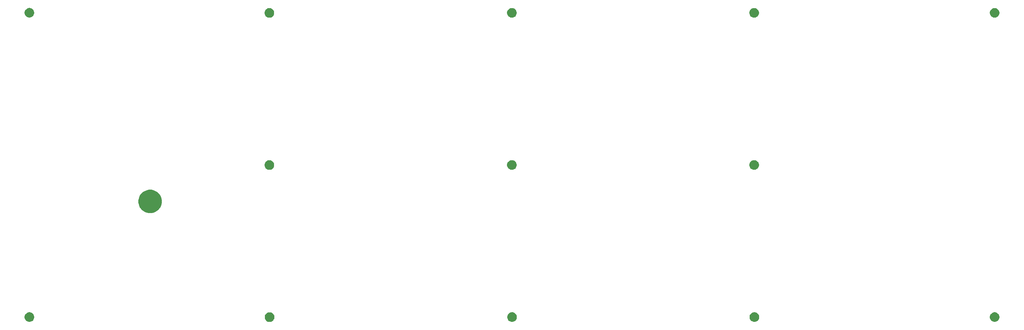
<source format=gbr>
G04 #@! TF.GenerationSoftware,KiCad,Pcbnew,(5.1.4-0-10_14)*
G04 #@! TF.CreationDate,2020-04-11T19:35:21-07:00*
G04 #@! TF.ProjectId,switch_plate,73776974-6368-45f7-906c-6174652e6b69,rev?*
G04 #@! TF.SameCoordinates,Original*
G04 #@! TF.FileFunction,Soldermask,Top*
G04 #@! TF.FilePolarity,Negative*
%FSLAX46Y46*%
G04 Gerber Fmt 4.6, Leading zero omitted, Abs format (unit mm)*
G04 Created by KiCad (PCBNEW (5.1.4-0-10_14)) date 2020-04-11 19:35:21*
%MOMM*%
%LPD*%
G04 APERTURE LIST*
%ADD10C,0.100000*%
G04 APERTURE END LIST*
D10*
G36*
X82356103Y-97018875D02*
G01*
X82522448Y-97087777D01*
X82583771Y-97113178D01*
X82788666Y-97250085D01*
X82962915Y-97424334D01*
X83099822Y-97629229D01*
X83099823Y-97629231D01*
X83194125Y-97856897D01*
X83237148Y-98073186D01*
X83242200Y-98098587D01*
X83242200Y-98345013D01*
X83194125Y-98586703D01*
X83099822Y-98814371D01*
X82962915Y-99019266D01*
X82788666Y-99193515D01*
X82583771Y-99330422D01*
X82583770Y-99330423D01*
X82583769Y-99330423D01*
X82356103Y-99424725D01*
X82114414Y-99472800D01*
X81867986Y-99472800D01*
X81626297Y-99424725D01*
X81398631Y-99330423D01*
X81398630Y-99330423D01*
X81398629Y-99330422D01*
X81193734Y-99193515D01*
X81019485Y-99019266D01*
X80882578Y-98814371D01*
X80788275Y-98586703D01*
X80740200Y-98345013D01*
X80740200Y-98098587D01*
X80745253Y-98073186D01*
X80788275Y-97856897D01*
X80882577Y-97629231D01*
X80882578Y-97629229D01*
X81019485Y-97424334D01*
X81193734Y-97250085D01*
X81398629Y-97113178D01*
X81459953Y-97087777D01*
X81626297Y-97018875D01*
X81867986Y-96970800D01*
X82114414Y-96970800D01*
X82356103Y-97018875D01*
X82356103Y-97018875D01*
G37*
G36*
X270430708Y-96970800D02*
G01*
X270544703Y-96993475D01*
X270772371Y-97087778D01*
X270977266Y-97224685D01*
X271151515Y-97398934D01*
X271168488Y-97424336D01*
X271288423Y-97603831D01*
X271382725Y-97831497D01*
X271430800Y-98073186D01*
X271430800Y-98319614D01*
X271382725Y-98561303D01*
X271288422Y-98788971D01*
X271151515Y-98993866D01*
X270977266Y-99168115D01*
X270772371Y-99305022D01*
X270772370Y-99305023D01*
X270772369Y-99305023D01*
X270544703Y-99399325D01*
X270303014Y-99447400D01*
X270056586Y-99447400D01*
X269814897Y-99399325D01*
X269587231Y-99305023D01*
X269587230Y-99305023D01*
X269587229Y-99305022D01*
X269382334Y-99168115D01*
X269208085Y-98993866D01*
X269071178Y-98788971D01*
X268976875Y-98561303D01*
X268928800Y-98319614D01*
X268928800Y-98073186D01*
X268976875Y-97831497D01*
X269071177Y-97603831D01*
X269191112Y-97424336D01*
X269208085Y-97398934D01*
X269382334Y-97224685D01*
X269587229Y-97087778D01*
X269814897Y-96993475D01*
X269928892Y-96970800D01*
X270056586Y-96945400D01*
X270303014Y-96945400D01*
X270430708Y-96970800D01*
X270430708Y-96970800D01*
G37*
G36*
X208073708Y-96970800D02*
G01*
X208187703Y-96993475D01*
X208415371Y-97087778D01*
X208620266Y-97224685D01*
X208794515Y-97398934D01*
X208811488Y-97424336D01*
X208931423Y-97603831D01*
X209025725Y-97831497D01*
X209073800Y-98073186D01*
X209073800Y-98319614D01*
X209025725Y-98561303D01*
X208931422Y-98788971D01*
X208794515Y-98993866D01*
X208620266Y-99168115D01*
X208415371Y-99305022D01*
X208415370Y-99305023D01*
X208415369Y-99305023D01*
X208187703Y-99399325D01*
X207946014Y-99447400D01*
X207699586Y-99447400D01*
X207457897Y-99399325D01*
X207230231Y-99305023D01*
X207230230Y-99305023D01*
X207230229Y-99305022D01*
X207025334Y-99168115D01*
X206851085Y-98993866D01*
X206714178Y-98788971D01*
X206619875Y-98561303D01*
X206571800Y-98319614D01*
X206571800Y-98073186D01*
X206619875Y-97831497D01*
X206714177Y-97603831D01*
X206834112Y-97424336D01*
X206851085Y-97398934D01*
X207025334Y-97224685D01*
X207230229Y-97087778D01*
X207457897Y-96993475D01*
X207571892Y-96970800D01*
X207699586Y-96945400D01*
X207946014Y-96945400D01*
X208073708Y-96970800D01*
X208073708Y-96970800D01*
G37*
G36*
X145183308Y-96970800D02*
G01*
X145297303Y-96993475D01*
X145524971Y-97087778D01*
X145729866Y-97224685D01*
X145904115Y-97398934D01*
X145921088Y-97424336D01*
X146041023Y-97603831D01*
X146135325Y-97831497D01*
X146183400Y-98073186D01*
X146183400Y-98319614D01*
X146135325Y-98561303D01*
X146041022Y-98788971D01*
X145904115Y-98993866D01*
X145729866Y-99168115D01*
X145524971Y-99305022D01*
X145524970Y-99305023D01*
X145524969Y-99305023D01*
X145297303Y-99399325D01*
X145055614Y-99447400D01*
X144809186Y-99447400D01*
X144567497Y-99399325D01*
X144339831Y-99305023D01*
X144339830Y-99305023D01*
X144339829Y-99305022D01*
X144134934Y-99168115D01*
X143960685Y-98993866D01*
X143823778Y-98788971D01*
X143729475Y-98561303D01*
X143681400Y-98319614D01*
X143681400Y-98073186D01*
X143729475Y-97831497D01*
X143823777Y-97603831D01*
X143943712Y-97424336D01*
X143960685Y-97398934D01*
X144134934Y-97224685D01*
X144339829Y-97087778D01*
X144567497Y-96993475D01*
X144681492Y-96970800D01*
X144809186Y-96945400D01*
X145055614Y-96945400D01*
X145183308Y-96970800D01*
X145183308Y-96970800D01*
G37*
G36*
X19910508Y-96970800D02*
G01*
X20024503Y-96993475D01*
X20252171Y-97087778D01*
X20457066Y-97224685D01*
X20631315Y-97398934D01*
X20648288Y-97424336D01*
X20768223Y-97603831D01*
X20862525Y-97831497D01*
X20910600Y-98073186D01*
X20910600Y-98319614D01*
X20862525Y-98561303D01*
X20768222Y-98788971D01*
X20631315Y-98993866D01*
X20457066Y-99168115D01*
X20252171Y-99305022D01*
X20252170Y-99305023D01*
X20252169Y-99305023D01*
X20024503Y-99399325D01*
X19782814Y-99447400D01*
X19536386Y-99447400D01*
X19294697Y-99399325D01*
X19067031Y-99305023D01*
X19067030Y-99305023D01*
X19067029Y-99305022D01*
X18862134Y-99168115D01*
X18687885Y-98993866D01*
X18550978Y-98788971D01*
X18456675Y-98561303D01*
X18408600Y-98319614D01*
X18408600Y-98073186D01*
X18456675Y-97831497D01*
X18550977Y-97603831D01*
X18670912Y-97424336D01*
X18687885Y-97398934D01*
X18862134Y-97224685D01*
X19067029Y-97087778D01*
X19294697Y-96993475D01*
X19408692Y-96970800D01*
X19536386Y-96945400D01*
X19782814Y-96945400D01*
X19910508Y-96970800D01*
X19910508Y-96970800D01*
G37*
G36*
X51893143Y-65227148D02*
G01*
X52448389Y-65457138D01*
X52448390Y-65457139D01*
X52948099Y-65791034D01*
X53373066Y-66216001D01*
X53373067Y-66216003D01*
X53706962Y-66715711D01*
X53936952Y-67270957D01*
X54054200Y-67860401D01*
X54054200Y-68461399D01*
X53936952Y-69050843D01*
X53706962Y-69606089D01*
X53706961Y-69606090D01*
X53373066Y-70105799D01*
X52948099Y-70530766D01*
X52696547Y-70698848D01*
X52448389Y-70864662D01*
X51893143Y-71094652D01*
X51303699Y-71211900D01*
X50702701Y-71211900D01*
X50113257Y-71094652D01*
X49558011Y-70864662D01*
X49309853Y-70698848D01*
X49058301Y-70530766D01*
X48633334Y-70105799D01*
X48299439Y-69606090D01*
X48299438Y-69606089D01*
X48069448Y-69050843D01*
X47952200Y-68461399D01*
X47952200Y-67860401D01*
X48069448Y-67270957D01*
X48299438Y-66715711D01*
X48633333Y-66216003D01*
X48633334Y-66216001D01*
X49058301Y-65791034D01*
X49558010Y-65457139D01*
X49558011Y-65457138D01*
X50113257Y-65227148D01*
X50702701Y-65109900D01*
X51303699Y-65109900D01*
X51893143Y-65227148D01*
X51893143Y-65227148D01*
G37*
G36*
X82305303Y-57491395D02*
G01*
X82471648Y-57560297D01*
X82532971Y-57585698D01*
X82737866Y-57722605D01*
X82912115Y-57896854D01*
X83049022Y-58101749D01*
X83049023Y-58101751D01*
X83143325Y-58329417D01*
X83186348Y-58545706D01*
X83191400Y-58571107D01*
X83191400Y-58817533D01*
X83143325Y-59059223D01*
X83049022Y-59286891D01*
X82912115Y-59491786D01*
X82737866Y-59666035D01*
X82532971Y-59802942D01*
X82532970Y-59802943D01*
X82532969Y-59802943D01*
X82305303Y-59897245D01*
X82063614Y-59945320D01*
X81817186Y-59945320D01*
X81575497Y-59897245D01*
X81347831Y-59802943D01*
X81347830Y-59802943D01*
X81347829Y-59802942D01*
X81142934Y-59666035D01*
X80968685Y-59491786D01*
X80831778Y-59286891D01*
X80737475Y-59059223D01*
X80689400Y-58817533D01*
X80689400Y-58571107D01*
X80694453Y-58545706D01*
X80737475Y-58329417D01*
X80831777Y-58101751D01*
X80831778Y-58101749D01*
X80968685Y-57896854D01*
X81142934Y-57722605D01*
X81347829Y-57585698D01*
X81409153Y-57560297D01*
X81575497Y-57491395D01*
X81817186Y-57443320D01*
X82063614Y-57443320D01*
X82305303Y-57491395D01*
X82305303Y-57491395D01*
G37*
G36*
X208022908Y-57443320D02*
G01*
X208136903Y-57465995D01*
X208364571Y-57560298D01*
X208569466Y-57697205D01*
X208743715Y-57871454D01*
X208760688Y-57896856D01*
X208880623Y-58076351D01*
X208974925Y-58304017D01*
X209023000Y-58545706D01*
X209023000Y-58792134D01*
X208974925Y-59033823D01*
X208880622Y-59261491D01*
X208743715Y-59466386D01*
X208569466Y-59640635D01*
X208364571Y-59777542D01*
X208364570Y-59777543D01*
X208364569Y-59777543D01*
X208136903Y-59871845D01*
X207895214Y-59919920D01*
X207648786Y-59919920D01*
X207407097Y-59871845D01*
X207179431Y-59777543D01*
X207179430Y-59777543D01*
X207179429Y-59777542D01*
X206974534Y-59640635D01*
X206800285Y-59466386D01*
X206663378Y-59261491D01*
X206569075Y-59033823D01*
X206521000Y-58792134D01*
X206521000Y-58545706D01*
X206569075Y-58304017D01*
X206663377Y-58076351D01*
X206783312Y-57896856D01*
X206800285Y-57871454D01*
X206974534Y-57697205D01*
X207179429Y-57560298D01*
X207407097Y-57465995D01*
X207521092Y-57443320D01*
X207648786Y-57417920D01*
X207895214Y-57417920D01*
X208022908Y-57443320D01*
X208022908Y-57443320D01*
G37*
G36*
X145132508Y-57443320D02*
G01*
X145246503Y-57465995D01*
X145474171Y-57560298D01*
X145679066Y-57697205D01*
X145853315Y-57871454D01*
X145870288Y-57896856D01*
X145990223Y-58076351D01*
X146084525Y-58304017D01*
X146132600Y-58545706D01*
X146132600Y-58792134D01*
X146084525Y-59033823D01*
X145990222Y-59261491D01*
X145853315Y-59466386D01*
X145679066Y-59640635D01*
X145474171Y-59777542D01*
X145474170Y-59777543D01*
X145474169Y-59777543D01*
X145246503Y-59871845D01*
X145004814Y-59919920D01*
X144758386Y-59919920D01*
X144516697Y-59871845D01*
X144289031Y-59777543D01*
X144289030Y-59777543D01*
X144289029Y-59777542D01*
X144084134Y-59640635D01*
X143909885Y-59466386D01*
X143772978Y-59261491D01*
X143678675Y-59033823D01*
X143630600Y-58792134D01*
X143630600Y-58545706D01*
X143678675Y-58304017D01*
X143772977Y-58076351D01*
X143892912Y-57896856D01*
X143909885Y-57871454D01*
X144084134Y-57697205D01*
X144289029Y-57560298D01*
X144516697Y-57465995D01*
X144630692Y-57443320D01*
X144758386Y-57417920D01*
X145004814Y-57417920D01*
X145132508Y-57443320D01*
X145132508Y-57443320D01*
G37*
G36*
X82305303Y-17948675D02*
G01*
X82471648Y-18017577D01*
X82532971Y-18042978D01*
X82737866Y-18179885D01*
X82912115Y-18354134D01*
X83049022Y-18559029D01*
X83049023Y-18559031D01*
X83143325Y-18786697D01*
X83186348Y-19002986D01*
X83191400Y-19028387D01*
X83191400Y-19274813D01*
X83143325Y-19516503D01*
X83049022Y-19744171D01*
X82912115Y-19949066D01*
X82737866Y-20123315D01*
X82532971Y-20260222D01*
X82532970Y-20260223D01*
X82532969Y-20260223D01*
X82305303Y-20354525D01*
X82063614Y-20402600D01*
X81817186Y-20402600D01*
X81575497Y-20354525D01*
X81347831Y-20260223D01*
X81347830Y-20260223D01*
X81347829Y-20260222D01*
X81142934Y-20123315D01*
X80968685Y-19949066D01*
X80831778Y-19744171D01*
X80737475Y-19516503D01*
X80689400Y-19274813D01*
X80689400Y-19028387D01*
X80694453Y-19002986D01*
X80737475Y-18786697D01*
X80831777Y-18559031D01*
X80831778Y-18559029D01*
X80968685Y-18354134D01*
X81142934Y-18179885D01*
X81347829Y-18042978D01*
X81409153Y-18017577D01*
X81575497Y-17948675D01*
X81817186Y-17900600D01*
X82063614Y-17900600D01*
X82305303Y-17948675D01*
X82305303Y-17948675D01*
G37*
G36*
X270544703Y-17923275D02*
G01*
X270711048Y-17992177D01*
X270772371Y-18017578D01*
X270977266Y-18154485D01*
X271151515Y-18328734D01*
X271288422Y-18533629D01*
X271288423Y-18533631D01*
X271382725Y-18761297D01*
X271430800Y-19002986D01*
X271430800Y-19249414D01*
X271387777Y-19465703D01*
X271382725Y-19491103D01*
X271288422Y-19718771D01*
X271151515Y-19923666D01*
X270977266Y-20097915D01*
X270772371Y-20234822D01*
X270772370Y-20234823D01*
X270772369Y-20234823D01*
X270544703Y-20329125D01*
X270303014Y-20377200D01*
X270056586Y-20377200D01*
X269814897Y-20329125D01*
X269587231Y-20234823D01*
X269587230Y-20234823D01*
X269587229Y-20234822D01*
X269382334Y-20097915D01*
X269208085Y-19923666D01*
X269071178Y-19718771D01*
X268976875Y-19491103D01*
X268971823Y-19465703D01*
X268928800Y-19249414D01*
X268928800Y-19002986D01*
X268976875Y-18761297D01*
X269071177Y-18533631D01*
X269071178Y-18533629D01*
X269208085Y-18328734D01*
X269382334Y-18154485D01*
X269587229Y-18017578D01*
X269648553Y-17992177D01*
X269814897Y-17923275D01*
X270056586Y-17875200D01*
X270303014Y-17875200D01*
X270544703Y-17923275D01*
X270544703Y-17923275D01*
G37*
G36*
X208136903Y-17923275D02*
G01*
X208303248Y-17992177D01*
X208364571Y-18017578D01*
X208569466Y-18154485D01*
X208743715Y-18328734D01*
X208880622Y-18533629D01*
X208880623Y-18533631D01*
X208974925Y-18761297D01*
X209023000Y-19002986D01*
X209023000Y-19249414D01*
X208979977Y-19465703D01*
X208974925Y-19491103D01*
X208880622Y-19718771D01*
X208743715Y-19923666D01*
X208569466Y-20097915D01*
X208364571Y-20234822D01*
X208364570Y-20234823D01*
X208364569Y-20234823D01*
X208136903Y-20329125D01*
X207895214Y-20377200D01*
X207648786Y-20377200D01*
X207407097Y-20329125D01*
X207179431Y-20234823D01*
X207179430Y-20234823D01*
X207179429Y-20234822D01*
X206974534Y-20097915D01*
X206800285Y-19923666D01*
X206663378Y-19718771D01*
X206569075Y-19491103D01*
X206564023Y-19465703D01*
X206521000Y-19249414D01*
X206521000Y-19002986D01*
X206569075Y-18761297D01*
X206663377Y-18533631D01*
X206663378Y-18533629D01*
X206800285Y-18328734D01*
X206974534Y-18154485D01*
X207179429Y-18017578D01*
X207240753Y-17992177D01*
X207407097Y-17923275D01*
X207648786Y-17875200D01*
X207895214Y-17875200D01*
X208136903Y-17923275D01*
X208136903Y-17923275D01*
G37*
G36*
X145246503Y-17923275D02*
G01*
X145412848Y-17992177D01*
X145474171Y-18017578D01*
X145679066Y-18154485D01*
X145853315Y-18328734D01*
X145990222Y-18533629D01*
X145990223Y-18533631D01*
X146084525Y-18761297D01*
X146132600Y-19002986D01*
X146132600Y-19249414D01*
X146089577Y-19465703D01*
X146084525Y-19491103D01*
X145990222Y-19718771D01*
X145853315Y-19923666D01*
X145679066Y-20097915D01*
X145474171Y-20234822D01*
X145474170Y-20234823D01*
X145474169Y-20234823D01*
X145246503Y-20329125D01*
X145004814Y-20377200D01*
X144758386Y-20377200D01*
X144516697Y-20329125D01*
X144289031Y-20234823D01*
X144289030Y-20234823D01*
X144289029Y-20234822D01*
X144084134Y-20097915D01*
X143909885Y-19923666D01*
X143772978Y-19718771D01*
X143678675Y-19491103D01*
X143673623Y-19465703D01*
X143630600Y-19249414D01*
X143630600Y-19002986D01*
X143678675Y-18761297D01*
X143772977Y-18533631D01*
X143772978Y-18533629D01*
X143909885Y-18328734D01*
X144084134Y-18154485D01*
X144289029Y-18017578D01*
X144350353Y-17992177D01*
X144516697Y-17923275D01*
X144758386Y-17875200D01*
X145004814Y-17875200D01*
X145246503Y-17923275D01*
X145246503Y-17923275D01*
G37*
G36*
X19910508Y-17875200D02*
G01*
X20024503Y-17897875D01*
X20252171Y-17992178D01*
X20457066Y-18129085D01*
X20631315Y-18303334D01*
X20665260Y-18354136D01*
X20768223Y-18508231D01*
X20862525Y-18735897D01*
X20910600Y-18977586D01*
X20910600Y-19224014D01*
X20900495Y-19274813D01*
X20862525Y-19465703D01*
X20768222Y-19693371D01*
X20631315Y-19898266D01*
X20457066Y-20072515D01*
X20252171Y-20209422D01*
X20252170Y-20209423D01*
X20252169Y-20209423D01*
X20024503Y-20303725D01*
X19782814Y-20351800D01*
X19536386Y-20351800D01*
X19294697Y-20303725D01*
X19067031Y-20209423D01*
X19067030Y-20209423D01*
X19067029Y-20209422D01*
X18862134Y-20072515D01*
X18687885Y-19898266D01*
X18550978Y-19693371D01*
X18456675Y-19465703D01*
X18418705Y-19274813D01*
X18408600Y-19224014D01*
X18408600Y-18977586D01*
X18456675Y-18735897D01*
X18550977Y-18508231D01*
X18653940Y-18354136D01*
X18687885Y-18303334D01*
X18862134Y-18129085D01*
X19067029Y-17992178D01*
X19294697Y-17897875D01*
X19408692Y-17875200D01*
X19536386Y-17849800D01*
X19782814Y-17849800D01*
X19910508Y-17875200D01*
X19910508Y-17875200D01*
G37*
M02*

</source>
